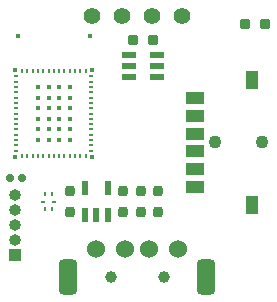
<source format=gts>
G04 #@! TF.GenerationSoftware,KiCad,Pcbnew,(6.0.9)*
G04 #@! TF.CreationDate,2023-01-08T15:40:12+09:00*
G04 #@! TF.ProjectId,WBMon,57424d6f-6e2e-46b6-9963-61645f706362,1.0*
G04 #@! TF.SameCoordinates,Original*
G04 #@! TF.FileFunction,Soldermask,Top*
G04 #@! TF.FilePolarity,Negative*
%FSLAX46Y46*%
G04 Gerber Fmt 4.6, Leading zero omitted, Abs format (unit mm)*
G04 Created by KiCad (PCBNEW (6.0.9)) date 2023-01-08 15:40:12*
%MOMM*%
%LPD*%
G01*
G04 APERTURE LIST*
G04 Aperture macros list*
%AMRoundRect*
0 Rectangle with rounded corners*
0 $1 Rounding radius*
0 $2 $3 $4 $5 $6 $7 $8 $9 X,Y pos of 4 corners*
0 Add a 4 corners polygon primitive as box body*
4,1,4,$2,$3,$4,$5,$6,$7,$8,$9,$2,$3,0*
0 Add four circle primitives for the rounded corners*
1,1,$1+$1,$2,$3*
1,1,$1+$1,$4,$5*
1,1,$1+$1,$6,$7*
1,1,$1+$1,$8,$9*
0 Add four rect primitives between the rounded corners*
20,1,$1+$1,$2,$3,$4,$5,0*
20,1,$1+$1,$4,$5,$6,$7,0*
20,1,$1+$1,$6,$7,$8,$9,0*
20,1,$1+$1,$8,$9,$2,$3,0*%
G04 Aperture macros list end*
%ADD10R,0.500000X1.200000*%
%ADD11R,1.200000X0.500000*%
%ADD12RoundRect,0.200000X0.200000X-0.250000X0.200000X0.250000X-0.200000X0.250000X-0.200000X-0.250000X0*%
%ADD13C,1.400000*%
%ADD14C,1.100000*%
%ADD15R,1.600000X1.000000*%
%ADD16R,1.100000X1.600000*%
%ADD17R,1.000000X1.000000*%
%ADD18O,1.000000X1.000000*%
%ADD19R,0.200000X0.400000*%
%ADD20R,0.400000X0.200000*%
%ADD21RoundRect,0.200000X-0.200000X0.250000X-0.200000X-0.250000X0.200000X-0.250000X0.200000X0.250000X0*%
%ADD22RoundRect,0.200000X-0.250000X-0.200000X0.250000X-0.200000X0.250000X0.200000X-0.250000X0.200000X0*%
%ADD23R,0.350000X0.350000*%
%ADD24R,0.350000X0.130000*%
%ADD25R,0.130000X0.350000*%
%ADD26R,0.400000X0.400000*%
%ADD27R,0.300000X0.300000*%
%ADD28RoundRect,0.200000X0.250000X0.200000X-0.250000X0.200000X-0.250000X-0.200000X0.250000X-0.200000X0*%
%ADD29RoundRect,0.150000X0.150000X0.150000X-0.150000X0.150000X-0.150000X-0.150000X0.150000X-0.150000X0*%
%ADD30C,1.000000*%
%ADD31C,1.524000*%
%ADD32RoundRect,0.400000X-0.400000X-1.100000X0.400000X-1.100000X0.400000X1.100000X-0.400000X1.100000X0*%
G04 APERTURE END LIST*
D10*
X-4400000Y-5150000D03*
X-3450000Y-5150000D03*
X-2500000Y-5150000D03*
X-2500000Y-2850000D03*
X-4400000Y-2850000D03*
D11*
X1650000Y6500000D03*
X1650000Y7450000D03*
X1650000Y8400000D03*
X-650000Y8400000D03*
X-650000Y7450000D03*
X-650000Y6500000D03*
D12*
X-1200000Y-4850000D03*
X-1200000Y-3150000D03*
X300000Y-4850000D03*
X300000Y-3150000D03*
D13*
X-3810000Y11730000D03*
X-1270000Y11730000D03*
X1270000Y11730000D03*
X3810000Y11730000D03*
D14*
X10600000Y1000000D03*
X6600000Y1000000D03*
D15*
X4900000Y4750000D03*
X4900000Y3250000D03*
X4900000Y1750000D03*
X4900000Y250000D03*
X4900000Y-1250000D03*
D16*
X9700000Y-4300000D03*
D15*
X4900000Y-2750000D03*
D16*
X9700000Y6300000D03*
D17*
X-10300000Y-8500000D03*
D18*
X-10300000Y-7230000D03*
X-10300000Y-5960000D03*
X-10300000Y-4690000D03*
X-10300000Y-3420000D03*
D19*
X-7225000Y-4650000D03*
X-7775000Y-4650000D03*
D20*
X-8000000Y-4000000D03*
D19*
X-7775000Y-3350000D03*
X-7225000Y-3350000D03*
D20*
X-7000000Y-4000000D03*
D21*
X-5700000Y-3150000D03*
X-5700000Y-4850000D03*
X1800000Y-3150000D03*
X1800000Y-4850000D03*
D22*
X9150000Y11000000D03*
X10850000Y11000000D03*
D23*
X-10310000Y7160000D03*
D24*
X-10225000Y6600000D03*
X-10225000Y6150000D03*
X-10225000Y5700000D03*
X-10225000Y5250000D03*
X-10225000Y4800000D03*
X-10225000Y4350000D03*
X-10225000Y3900000D03*
X-10225000Y3450000D03*
X-10225000Y3000000D03*
X-10225000Y2550000D03*
X-10225000Y2100000D03*
X-10225000Y1650000D03*
X-10225000Y1200000D03*
X-10225000Y750000D03*
X-10225000Y300000D03*
D23*
X-10310000Y-260000D03*
D25*
X-9750000Y-175000D03*
X-9300000Y-175000D03*
X-8850000Y-175000D03*
X-8400000Y-175000D03*
X-7950000Y-175000D03*
X-7500000Y-175000D03*
X-7050000Y-175000D03*
X-6600000Y-175000D03*
X-6150000Y-175000D03*
X-5700000Y-175000D03*
X-5250000Y-175000D03*
X-4800000Y-175000D03*
X-4350000Y-175000D03*
D23*
X-3790000Y-260000D03*
D24*
X-3875000Y300000D03*
X-3875000Y750000D03*
X-3875000Y1200000D03*
X-3875000Y1650000D03*
X-3875000Y2100000D03*
X-3875000Y2550000D03*
X-3875000Y3000000D03*
X-3875000Y3450000D03*
X-3875000Y3900000D03*
X-3875000Y4350000D03*
X-3875000Y4800000D03*
X-3875000Y5250000D03*
X-3875000Y5700000D03*
X-3875000Y6150000D03*
X-3875000Y6600000D03*
D23*
X-3790000Y7160000D03*
D25*
X-4350000Y7075000D03*
X-4800000Y7075000D03*
X-5250000Y7075000D03*
X-5700000Y7075000D03*
X-6150000Y7075000D03*
X-6600000Y7075000D03*
X-7050000Y7075000D03*
X-7500000Y7075000D03*
X-7950000Y7075000D03*
X-8400000Y7075000D03*
X-8850000Y7075000D03*
X-9300000Y7075000D03*
X-9750000Y7075000D03*
D26*
X-8400000Y5700000D03*
X-8400000Y4800000D03*
X-8400000Y3900000D03*
X-8400000Y3000000D03*
X-8400000Y2100000D03*
X-8400000Y1200000D03*
X-7500000Y1200000D03*
X-6600000Y1200000D03*
X-5700000Y1200000D03*
X-5700000Y2100000D03*
X-5700000Y3000000D03*
X-5700000Y3900000D03*
X-5700000Y4800000D03*
D27*
X-5700000Y5700000D03*
X-6600000Y5700000D03*
D26*
X-7500000Y5700000D03*
X-7500000Y4800000D03*
X-7500000Y3900000D03*
X-7500000Y3000000D03*
X-7500000Y2100000D03*
X-6600000Y2100000D03*
X-6600000Y3000000D03*
X-6600000Y3900000D03*
X-6600000Y4800000D03*
X-10100000Y10035000D03*
X-4000000Y10035000D03*
D28*
X1350000Y9700000D03*
X-350000Y9700000D03*
D29*
X-9750000Y-2000000D03*
X-10750000Y-2000000D03*
D30*
X-2250000Y-10400000D03*
X2250000Y-10400000D03*
D31*
X3500000Y-8000000D03*
X1000000Y-8000000D03*
X-1000000Y-8000000D03*
X-3500000Y-8000000D03*
D32*
X-5850000Y-10400000D03*
X5850000Y-10400000D03*
M02*

</source>
